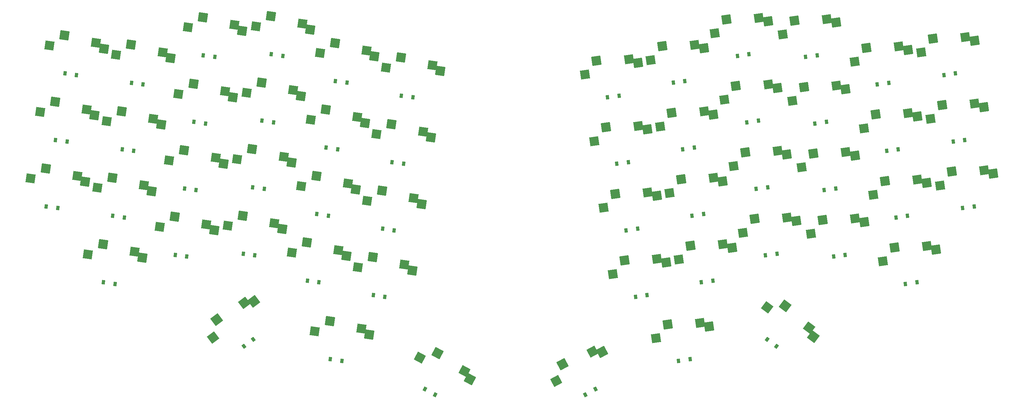
<source format=gbp>
%TF.GenerationSoftware,KiCad,Pcbnew,8.0.1*%
%TF.CreationDate,2024-04-17T00:19:13+02:00*%
%TF.ProjectId,shockboard,73686f63-6b62-46f6-9172-642e6b696361,v1.0.0*%
%TF.SameCoordinates,Original*%
%TF.FileFunction,Paste,Bot*%
%TF.FilePolarity,Positive*%
%FSLAX46Y46*%
G04 Gerber Fmt 4.6, Leading zero omitted, Abs format (unit mm)*
G04 Created by KiCad (PCBNEW 8.0.1) date 2024-04-17 00:19:13*
%MOMM*%
%LPD*%
G01*
G04 APERTURE LIST*
G04 Aperture macros list*
%AMRotRect*
0 Rectangle, with rotation*
0 The origin of the aperture is its center*
0 $1 length*
0 $2 width*
0 $3 Rotation angle, in degrees counterclockwise*
0 Add horizontal line*
21,1,$1,$2,0,0,$3*%
G04 Aperture macros list end*
%ADD10RotRect,2.550000X2.500000X8.000000*%
%ADD11RotRect,2.600000X2.600000X352.000000*%
%ADD12RotRect,0.900000X1.200000X352.000000*%
%ADD13RotRect,2.550000X2.500000X352.000000*%
%ADD14RotRect,0.900000X1.200000X8.000000*%
%ADD15RotRect,2.600000X2.600000X8.000000*%
%ADD16RotRect,0.900000X1.200000X323.000000*%
%ADD17RotRect,2.550000X2.500000X332.000000*%
%ADD18RotRect,2.600000X2.600000X332.000000*%
%ADD19RotRect,2.550000X2.500000X28.000000*%
%ADD20RotRect,2.550000X2.500000X323.000000*%
%ADD21RotRect,2.600000X2.600000X37.000000*%
%ADD22RotRect,2.550000X2.500000X37.000000*%
%ADD23RotRect,2.600000X2.600000X323.000000*%
%ADD24RotRect,0.900000X1.200000X28.000000*%
%ADD25RotRect,2.600000X2.600000X28.000000*%
%ADD26RotRect,0.900000X1.200000X37.000000*%
%ADD27RotRect,0.900000X1.200000X332.000000*%
G04 APERTURE END LIST*
D10*
X314763134Y-126744311D03*
X327210829Y-122429935D03*
D11*
X161199941Y-162497903D03*
X172331356Y-166283942D03*
D10*
X333578226Y-124100023D03*
X346025921Y-119785647D03*
D12*
X81060365Y-130053886D03*
X84328249Y-130513158D03*
D11*
X141901777Y-95030527D03*
X153033192Y-98816566D03*
D13*
X98145253Y-105957133D03*
X111299948Y-105240942D03*
D10*
X251846305Y-88629711D03*
X264294000Y-84315335D03*
D12*
X157503709Y-132213763D03*
X160771593Y-132673035D03*
D14*
X315864276Y-95527260D03*
X319132160Y-95067988D03*
D15*
X300429352Y-133898816D03*
X312173129Y-134469956D03*
D13*
X158417790Y-86657628D03*
X171572485Y-85941437D03*
D15*
X318061475Y-122837247D03*
X329805252Y-123408387D03*
X336876567Y-120192959D03*
X348620344Y-120764099D03*
D13*
X115777372Y-117018705D03*
X128932067Y-116302514D03*
D16*
X284757564Y-167639948D03*
X287393062Y-169625934D03*
D14*
X247562555Y-155617817D03*
X250830439Y-155158545D03*
D11*
X120024874Y-114172140D03*
X131156289Y-117958179D03*
D12*
X176110039Y-136343454D03*
X179377923Y-136802726D03*
X117507580Y-143759740D03*
X120775464Y-144219012D03*
D11*
X122669162Y-95357047D03*
X133800577Y-99143086D03*
X102392755Y-103110568D03*
X113524170Y-106896607D03*
D13*
X169091258Y-147232597D03*
X182245953Y-146516406D03*
D14*
X278999544Y-106262312D03*
X282267428Y-105803040D03*
D15*
X273263874Y-77127019D03*
X285007651Y-77698159D03*
D11*
X139257488Y-113845622D03*
X150388903Y-117631661D03*
D15*
X292496485Y-77453533D03*
X304240262Y-78024673D03*
D12*
X102519748Y-113883082D03*
X105787632Y-114342354D03*
D13*
X140298565Y-79062003D03*
X153453260Y-78345812D03*
D15*
X297785062Y-115083724D03*
X309528839Y-115654864D03*
D13*
X177024125Y-90787318D03*
X190178820Y-90071127D03*
X156952439Y-165344468D03*
X170107134Y-164628277D03*
D12*
X125440444Y-87314460D03*
X128708328Y-87773732D03*
X136740189Y-143433226D03*
X140008073Y-143892498D03*
D10*
X330933935Y-105284930D03*
X343381630Y-100970554D03*
D15*
X241826889Y-126482524D03*
X253570666Y-127053664D03*
D12*
X161326934Y-173270416D03*
X164594818Y-173729688D03*
D14*
X276355252Y-87447219D03*
X279623136Y-86987947D03*
D17*
X186641549Y-172807747D03*
X199247870Y-176633919D03*
D14*
X284288119Y-143892500D03*
X287556003Y-143433228D03*
D13*
X100789541Y-87142042D03*
X113944236Y-86425851D03*
D15*
X295140775Y-96268628D03*
X306884552Y-96839768D03*
D10*
X259779172Y-145074992D03*
X272226867Y-140760616D03*
X272609819Y-99849176D03*
X285057514Y-95534800D03*
X269965533Y-81034083D03*
X282413228Y-76719707D03*
D15*
X275908160Y-95942112D03*
X287651937Y-96513252D03*
X315417185Y-104022152D03*
X327160962Y-104593292D03*
D11*
X173338760Y-144386032D03*
X184470175Y-148172071D03*
D14*
X259701379Y-173729684D03*
X262969263Y-173270412D03*
D15*
X260433223Y-122352835D03*
X272177000Y-122923975D03*
D18*
X191606477Y-171585582D03*
X200771685Y-178950464D03*
D14*
X337323659Y-111698062D03*
X340591543Y-111238790D03*
X303520733Y-144219015D03*
X306788617Y-143759743D03*
D11*
X162665292Y-83811063D03*
X173796707Y-87597102D03*
D14*
X242273979Y-117987633D03*
X245541863Y-117528361D03*
D11*
X83577659Y-100466280D03*
X94709074Y-104252319D03*
D19*
X225143277Y-179460163D03*
X235364682Y-171148617D03*
D10*
X294486721Y-118990788D03*
X306934416Y-114676412D03*
D15*
X278552451Y-114757207D03*
X290296228Y-115328347D03*
X312772898Y-85207061D03*
X324516675Y-85778201D03*
D14*
X258236024Y-95042846D03*
X261503908Y-94583574D03*
D15*
X257788934Y-103537743D03*
X269532711Y-104108883D03*
X244471180Y-145297621D03*
X256214957Y-145868761D03*
D13*
X153129214Y-124287813D03*
X166283909Y-123571622D03*
D20*
X284774120Y-158586962D03*
X296626691Y-164338091D03*
D21*
X129196016Y-162098418D03*
X139744251Y-156904452D03*
D11*
X160021003Y-102626158D03*
X171152418Y-106412197D03*
D10*
X312118844Y-107929216D03*
X324566539Y-103614840D03*
D13*
X95500965Y-124772229D03*
X108655660Y-124056038D03*
D10*
X254490593Y-107444807D03*
X266938288Y-103130431D03*
X253311654Y-167316551D03*
X265759349Y-163002175D03*
D11*
X144546067Y-76215438D03*
X155677482Y-80001477D03*
D13*
X171735546Y-128417510D03*
X184890241Y-127701319D03*
D11*
X97104174Y-140740758D03*
X108235589Y-144526797D03*
D13*
X121065952Y-79388515D03*
X134220647Y-78672324D03*
D12*
X144673056Y-86987947D03*
X147940940Y-87447219D03*
X83704652Y-111238792D03*
X86972536Y-111698064D03*
D22*
X128205405Y-167114679D03*
X137000756Y-157306482D03*
D12*
X173465752Y-155158545D03*
X176733636Y-155617817D03*
D13*
X150484923Y-143102907D03*
X163639618Y-142386716D03*
D12*
X120151865Y-124944653D03*
X123419749Y-125403925D03*
X154859421Y-151028852D03*
X158127305Y-151488124D03*
X86348939Y-92423699D03*
X89616823Y-92882971D03*
D15*
X239182602Y-107667432D03*
X250926379Y-108238572D03*
X263077513Y-141167928D03*
X274821290Y-141739068D03*
D13*
X135009986Y-116692187D03*
X148164681Y-115975996D03*
D12*
X97231168Y-151513266D03*
X100499052Y-151972538D03*
D14*
X295587864Y-87773730D03*
X298855748Y-87314458D03*
D12*
X178754332Y-117528360D03*
X182022216Y-117987632D03*
D11*
X117380582Y-132987232D03*
X128511997Y-136773271D03*
D12*
X122796153Y-106129553D03*
X126064037Y-106588825D03*
D10*
X235884261Y-111574496D03*
X248331956Y-107260120D03*
D14*
X263524604Y-132673033D03*
X266792488Y-132213761D03*
D11*
X154732425Y-140256342D03*
X165863840Y-144042381D03*
D10*
X297131011Y-137805880D03*
X309578706Y-133491504D03*
D15*
X281196738Y-133572301D03*
X292940515Y-134143441D03*
D14*
X334679370Y-92882973D03*
X337947254Y-92423701D03*
X239629694Y-99172539D03*
X242897578Y-98713267D03*
D12*
X181398618Y-98713265D03*
X184666502Y-99172537D03*
D11*
X125313454Y-76541950D03*
X136444869Y-80327989D03*
D10*
X241172839Y-149204685D03*
X253620534Y-144890309D03*
X328289646Y-86469837D03*
X340737341Y-82155461D03*
D11*
X80933370Y-119281376D03*
X92064785Y-123067415D03*
D10*
X317407421Y-145559403D03*
X329855116Y-141245027D03*
D12*
X139384481Y-124618131D03*
X142652365Y-125077403D03*
D14*
X260880314Y-113857939D03*
X264148198Y-113398667D03*
D13*
X113133080Y-135833797D03*
X126287775Y-135117606D03*
D12*
X99875455Y-132698173D03*
X103143339Y-133157445D03*
D13*
X118421660Y-98203612D03*
X131576355Y-97487421D03*
D11*
X175983048Y-125570945D03*
X187114463Y-129356984D03*
D12*
X162792287Y-94583577D03*
X166060171Y-95042849D03*
D10*
X289198144Y-81360597D03*
X301645839Y-77046221D03*
D14*
X321152853Y-133157445D03*
X324420737Y-132698173D03*
D13*
X81974451Y-84497749D03*
X95129146Y-83781558D03*
X132365698Y-135507280D03*
X145520393Y-134791089D03*
D15*
X256609995Y-163409487D03*
X268353772Y-163980627D03*
D10*
X238528548Y-130389588D03*
X250976243Y-126075212D03*
D15*
X236538312Y-88852340D03*
X248282089Y-89423480D03*
D14*
X298232154Y-106588825D03*
X301500038Y-106129553D03*
D13*
X92856672Y-143587323D03*
X106011367Y-142871132D03*
D23*
X289869108Y-158156532D03*
X297769356Y-166864492D03*
D14*
X339967949Y-130513156D03*
X343235833Y-130053884D03*
D13*
X174379834Y-109602414D03*
X187534529Y-108886223D03*
D15*
X255144646Y-84722647D03*
X266888423Y-85293787D03*
D14*
X281643828Y-125077404D03*
X284911712Y-124618132D03*
X318508565Y-114342352D03*
X321776449Y-113883080D03*
D12*
X160147996Y-113398667D03*
X163415880Y-113857939D03*
D14*
X244918266Y-136802724D03*
X248186150Y-136343452D03*
D11*
X99748467Y-121925664D03*
X110879882Y-125711703D03*
D14*
X300876445Y-125403922D03*
X304144329Y-124944650D03*
D11*
X178627336Y-106755849D03*
X189758751Y-110541888D03*
D10*
X277898397Y-137479365D03*
X290346092Y-133164989D03*
D15*
X320705762Y-141652339D03*
X332449539Y-142223479D03*
X331587987Y-82562773D03*
X343331764Y-83133913D03*
D14*
X323797140Y-151972539D03*
X327065024Y-151513267D03*
D13*
X137654275Y-97877092D03*
X150808970Y-97160901D03*
D24*
X233341072Y-183301122D03*
X236254804Y-181751866D03*
D13*
X155773501Y-105472723D03*
X168928196Y-104756532D03*
D10*
X233239971Y-92759404D03*
X245687666Y-88445028D03*
X257134882Y-126259899D03*
X269582577Y-121945523D03*
X291842434Y-100175692D03*
X304290129Y-95861316D03*
D11*
X157376716Y-121441248D03*
X168508131Y-125227287D03*
D13*
X76685868Y-122127941D03*
X89840563Y-121411750D03*
D11*
X105037043Y-84295477D03*
X116168458Y-88081516D03*
X136613200Y-132660715D03*
X147744615Y-136446754D03*
D10*
X309474557Y-89114125D03*
X321922252Y-84799749D03*
D25*
X226906409Y-174660625D03*
X238137291Y-171180713D03*
D11*
X181271627Y-87940753D03*
X192403042Y-91726792D03*
X86221953Y-81651184D03*
X97353368Y-85437223D03*
D13*
X79330157Y-103312845D03*
X92484852Y-102596654D03*
D12*
X142028768Y-105803038D03*
X145296652Y-106262310D03*
D10*
X275254110Y-118664271D03*
X287701805Y-114349895D03*
D14*
X266168890Y-151488127D03*
X269436774Y-151028855D03*
D15*
X334232276Y-101377866D03*
X345976053Y-101949006D03*
D26*
X136903131Y-169625934D03*
X139538629Y-167639948D03*
D27*
X188041390Y-181751868D03*
X190955122Y-183301124D03*
D12*
X105164032Y-95067987D03*
X108431916Y-95527259D03*
M02*

</source>
